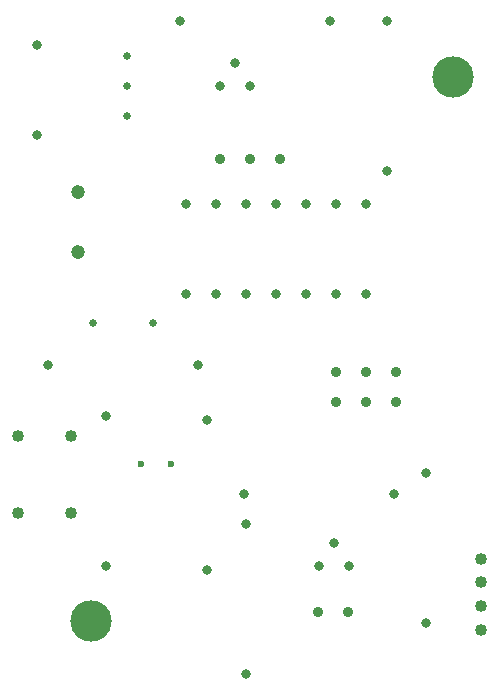
<source format=gbr>
G04 DesignSpark PCB Gerber Version 10.0 Build 5299*
%FSLAX34Y34*%
%MOIN*%
%ADD94C,0.02362*%
%ADD81C,0.02500*%
%ADD77C,0.03150*%
%ADD92C,0.03200*%
%ADD95C,0.03500*%
%ADD82C,0.03583*%
%ADD93C,0.03600*%
%ADD78C,0.04000*%
%ADD80C,0.04700*%
%ADD76C,0.13780*%
X0Y0D02*
D02*
D76*
X5325Y4125D03*
X17375Y22275D03*
D02*
D77*
X3875Y12675D03*
X5825Y5975D03*
Y10975D03*
X8275Y24125D03*
X8875Y12675D03*
X9175Y5825D03*
Y10825D03*
X9625Y21975D03*
X10125Y22725D03*
X10425Y8375D03*
X10475Y2375D03*
Y7375D03*
Y18025D03*
X10625Y21975D03*
X11475Y15025D03*
Y18025D03*
X12475Y15025D03*
X12925Y5975D03*
X13275Y24125D03*
X13425Y6725D03*
X13925Y5975D03*
X15175Y19125D03*
Y24125D03*
X15425Y8375D03*
X16475Y4075D03*
Y9075D03*
D02*
D78*
X2885Y7745D03*
Y10305D03*
X4665Y7745D03*
Y10305D03*
X18336Y3844D03*
Y4631D03*
Y5419D03*
Y6206D03*
D02*
D80*
X4875Y16425D03*
Y18425D03*
D02*
D81*
X5375Y14075D03*
X6525Y20975D03*
Y21975D03*
Y22975D03*
X7375Y14075D03*
D02*
D82*
X9625Y19525D03*
X10625D03*
X11625D03*
D02*
D92*
X3525Y20325D03*
Y23325D03*
X8475Y15025D03*
Y18025D03*
X9475Y15025D03*
Y18025D03*
X10475Y15025D03*
X12475Y18025D03*
X13475Y15025D03*
Y18025D03*
X14475Y15025D03*
Y18025D03*
D02*
D93*
X13475Y11425D03*
Y12425D03*
X14475Y11425D03*
Y12425D03*
X15475Y11425D03*
Y12425D03*
D02*
D94*
X6975Y9375D03*
X7975D03*
D02*
D95*
X12875Y4425D03*
X13875D03*
X0Y0D02*
M02*

</source>
